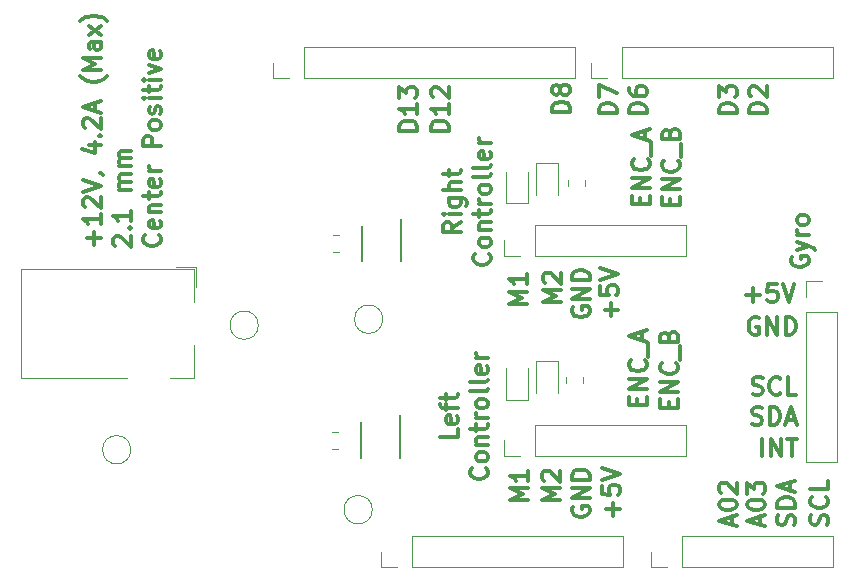
<source format=gto>
G04 #@! TF.GenerationSoftware,KiCad,Pcbnew,(5.1.4-0-10_14)*
G04 #@! TF.CreationDate,2020-01-20T11:10:59-05:00*
G04 #@! TF.ProjectId,motor_controller,6d6f746f-725f-4636-9f6e-74726f6c6c65,rev?*
G04 #@! TF.SameCoordinates,Original*
G04 #@! TF.FileFunction,Legend,Top*
G04 #@! TF.FilePolarity,Positive*
%FSLAX46Y46*%
G04 Gerber Fmt 4.6, Leading zero omitted, Abs format (unit mm)*
G04 Created by KiCad (PCBNEW (5.1.4-0-10_14)) date 2020-01-20 11:10:59*
%MOMM*%
%LPD*%
G04 APERTURE LIST*
%ADD10C,0.300000*%
%ADD11C,0.120000*%
%ADD12C,0.150000*%
G04 APERTURE END LIST*
D10*
X185773142Y-105417714D02*
X185844571Y-105203428D01*
X185844571Y-104846285D01*
X185773142Y-104703428D01*
X185701714Y-104632000D01*
X185558857Y-104560571D01*
X185416000Y-104560571D01*
X185273142Y-104632000D01*
X185201714Y-104703428D01*
X185130285Y-104846285D01*
X185058857Y-105132000D01*
X184987428Y-105274857D01*
X184916000Y-105346285D01*
X184773142Y-105417714D01*
X184630285Y-105417714D01*
X184487428Y-105346285D01*
X184416000Y-105274857D01*
X184344571Y-105132000D01*
X184344571Y-104774857D01*
X184416000Y-104560571D01*
X185701714Y-103060571D02*
X185773142Y-103132000D01*
X185844571Y-103346285D01*
X185844571Y-103489142D01*
X185773142Y-103703428D01*
X185630285Y-103846285D01*
X185487428Y-103917714D01*
X185201714Y-103989142D01*
X184987428Y-103989142D01*
X184701714Y-103917714D01*
X184558857Y-103846285D01*
X184416000Y-103703428D01*
X184344571Y-103489142D01*
X184344571Y-103346285D01*
X184416000Y-103132000D01*
X184487428Y-103060571D01*
X185844571Y-101703428D02*
X185844571Y-102417714D01*
X184344571Y-102417714D01*
X182979142Y-105453428D02*
X183050571Y-105239142D01*
X183050571Y-104882000D01*
X182979142Y-104739142D01*
X182907714Y-104667714D01*
X182764857Y-104596285D01*
X182622000Y-104596285D01*
X182479142Y-104667714D01*
X182407714Y-104739142D01*
X182336285Y-104882000D01*
X182264857Y-105167714D01*
X182193428Y-105310571D01*
X182122000Y-105382000D01*
X181979142Y-105453428D01*
X181836285Y-105453428D01*
X181693428Y-105382000D01*
X181622000Y-105310571D01*
X181550571Y-105167714D01*
X181550571Y-104810571D01*
X181622000Y-104596285D01*
X183050571Y-103953428D02*
X181550571Y-103953428D01*
X181550571Y-103596285D01*
X181622000Y-103382000D01*
X181764857Y-103239142D01*
X181907714Y-103167714D01*
X182193428Y-103096285D01*
X182407714Y-103096285D01*
X182693428Y-103167714D01*
X182836285Y-103239142D01*
X182979142Y-103382000D01*
X183050571Y-103596285D01*
X183050571Y-103953428D01*
X182622000Y-102524857D02*
X182622000Y-101810571D01*
X183050571Y-102667714D02*
X181550571Y-102167714D01*
X183050571Y-101667714D01*
X180082000Y-105417714D02*
X180082000Y-104703428D01*
X180510571Y-105560571D02*
X179010571Y-105060571D01*
X180510571Y-104560571D01*
X179010571Y-103774857D02*
X179010571Y-103632000D01*
X179082000Y-103489142D01*
X179153428Y-103417714D01*
X179296285Y-103346285D01*
X179582000Y-103274857D01*
X179939142Y-103274857D01*
X180224857Y-103346285D01*
X180367714Y-103417714D01*
X180439142Y-103489142D01*
X180510571Y-103632000D01*
X180510571Y-103774857D01*
X180439142Y-103917714D01*
X180367714Y-103989142D01*
X180224857Y-104060571D01*
X179939142Y-104132000D01*
X179582000Y-104132000D01*
X179296285Y-104060571D01*
X179153428Y-103989142D01*
X179082000Y-103917714D01*
X179010571Y-103774857D01*
X179010571Y-102774857D02*
X179010571Y-101846285D01*
X179582000Y-102346285D01*
X179582000Y-102132000D01*
X179653428Y-101989142D01*
X179724857Y-101917714D01*
X179867714Y-101846285D01*
X180224857Y-101846285D01*
X180367714Y-101917714D01*
X180439142Y-101989142D01*
X180510571Y-102132000D01*
X180510571Y-102560571D01*
X180439142Y-102703428D01*
X180367714Y-102774857D01*
X177669000Y-105417714D02*
X177669000Y-104703428D01*
X178097571Y-105560571D02*
X176597571Y-105060571D01*
X178097571Y-104560571D01*
X176597571Y-103774857D02*
X176597571Y-103632000D01*
X176669000Y-103489142D01*
X176740428Y-103417714D01*
X176883285Y-103346285D01*
X177169000Y-103274857D01*
X177526142Y-103274857D01*
X177811857Y-103346285D01*
X177954714Y-103417714D01*
X178026142Y-103489142D01*
X178097571Y-103632000D01*
X178097571Y-103774857D01*
X178026142Y-103917714D01*
X177954714Y-103989142D01*
X177811857Y-104060571D01*
X177526142Y-104132000D01*
X177169000Y-104132000D01*
X176883285Y-104060571D01*
X176740428Y-103989142D01*
X176669000Y-103917714D01*
X176597571Y-103774857D01*
X176740428Y-102703428D02*
X176669000Y-102632000D01*
X176597571Y-102489142D01*
X176597571Y-102132000D01*
X176669000Y-101989142D01*
X176740428Y-101917714D01*
X176883285Y-101846285D01*
X177026142Y-101846285D01*
X177240428Y-101917714D01*
X178097571Y-102774857D01*
X178097571Y-101846285D01*
X151046571Y-72052428D02*
X149546571Y-72052428D01*
X149546571Y-71695285D01*
X149618000Y-71481000D01*
X149760857Y-71338142D01*
X149903714Y-71266714D01*
X150189428Y-71195285D01*
X150403714Y-71195285D01*
X150689428Y-71266714D01*
X150832285Y-71338142D01*
X150975142Y-71481000D01*
X151046571Y-71695285D01*
X151046571Y-72052428D01*
X151046571Y-69766714D02*
X151046571Y-70623857D01*
X151046571Y-70195285D02*
X149546571Y-70195285D01*
X149760857Y-70338142D01*
X149903714Y-70481000D01*
X149975142Y-70623857D01*
X149546571Y-69266714D02*
X149546571Y-68338142D01*
X150118000Y-68838142D01*
X150118000Y-68623857D01*
X150189428Y-68481000D01*
X150260857Y-68409571D01*
X150403714Y-68338142D01*
X150760857Y-68338142D01*
X150903714Y-68409571D01*
X150975142Y-68481000D01*
X151046571Y-68623857D01*
X151046571Y-69052428D01*
X150975142Y-69195285D01*
X150903714Y-69266714D01*
X153713571Y-72052428D02*
X152213571Y-72052428D01*
X152213571Y-71695285D01*
X152285000Y-71481000D01*
X152427857Y-71338142D01*
X152570714Y-71266714D01*
X152856428Y-71195285D01*
X153070714Y-71195285D01*
X153356428Y-71266714D01*
X153499285Y-71338142D01*
X153642142Y-71481000D01*
X153713571Y-71695285D01*
X153713571Y-72052428D01*
X153713571Y-69766714D02*
X153713571Y-70623857D01*
X153713571Y-70195285D02*
X152213571Y-70195285D01*
X152427857Y-70338142D01*
X152570714Y-70481000D01*
X152642142Y-70623857D01*
X152356428Y-69195285D02*
X152285000Y-69123857D01*
X152213571Y-68981000D01*
X152213571Y-68623857D01*
X152285000Y-68481000D01*
X152356428Y-68409571D01*
X152499285Y-68338142D01*
X152642142Y-68338142D01*
X152856428Y-68409571D01*
X153713571Y-69266714D01*
X153713571Y-68338142D01*
X164000571Y-70449142D02*
X162500571Y-70449142D01*
X162500571Y-70092000D01*
X162572000Y-69877714D01*
X162714857Y-69734857D01*
X162857714Y-69663428D01*
X163143428Y-69592000D01*
X163357714Y-69592000D01*
X163643428Y-69663428D01*
X163786285Y-69734857D01*
X163929142Y-69877714D01*
X164000571Y-70092000D01*
X164000571Y-70449142D01*
X163143428Y-68734857D02*
X163072000Y-68877714D01*
X163000571Y-68949142D01*
X162857714Y-69020571D01*
X162786285Y-69020571D01*
X162643428Y-68949142D01*
X162572000Y-68877714D01*
X162500571Y-68734857D01*
X162500571Y-68449142D01*
X162572000Y-68306285D01*
X162643428Y-68234857D01*
X162786285Y-68163428D01*
X162857714Y-68163428D01*
X163000571Y-68234857D01*
X163072000Y-68306285D01*
X163143428Y-68449142D01*
X163143428Y-68734857D01*
X163214857Y-68877714D01*
X163286285Y-68949142D01*
X163429142Y-69020571D01*
X163714857Y-69020571D01*
X163857714Y-68949142D01*
X163929142Y-68877714D01*
X164000571Y-68734857D01*
X164000571Y-68449142D01*
X163929142Y-68306285D01*
X163857714Y-68234857D01*
X163714857Y-68163428D01*
X163429142Y-68163428D01*
X163286285Y-68234857D01*
X163214857Y-68306285D01*
X163143428Y-68449142D01*
X167937571Y-70576142D02*
X166437571Y-70576142D01*
X166437571Y-70219000D01*
X166509000Y-70004714D01*
X166651857Y-69861857D01*
X166794714Y-69790428D01*
X167080428Y-69719000D01*
X167294714Y-69719000D01*
X167580428Y-69790428D01*
X167723285Y-69861857D01*
X167866142Y-70004714D01*
X167937571Y-70219000D01*
X167937571Y-70576142D01*
X166437571Y-69219000D02*
X166437571Y-68219000D01*
X167937571Y-68861857D01*
X170477571Y-70576142D02*
X168977571Y-70576142D01*
X168977571Y-70219000D01*
X169049000Y-70004714D01*
X169191857Y-69861857D01*
X169334714Y-69790428D01*
X169620428Y-69719000D01*
X169834714Y-69719000D01*
X170120428Y-69790428D01*
X170263285Y-69861857D01*
X170406142Y-70004714D01*
X170477571Y-70219000D01*
X170477571Y-70576142D01*
X168977571Y-68433285D02*
X168977571Y-68719000D01*
X169049000Y-68861857D01*
X169120428Y-68933285D01*
X169334714Y-69076142D01*
X169620428Y-69147571D01*
X170191857Y-69147571D01*
X170334714Y-69076142D01*
X170406142Y-69004714D01*
X170477571Y-68861857D01*
X170477571Y-68576142D01*
X170406142Y-68433285D01*
X170334714Y-68361857D01*
X170191857Y-68290428D01*
X169834714Y-68290428D01*
X169691857Y-68361857D01*
X169620428Y-68433285D01*
X169549000Y-68576142D01*
X169549000Y-68861857D01*
X169620428Y-69004714D01*
X169691857Y-69076142D01*
X169834714Y-69147571D01*
X178097571Y-70576142D02*
X176597571Y-70576142D01*
X176597571Y-70219000D01*
X176669000Y-70004714D01*
X176811857Y-69861857D01*
X176954714Y-69790428D01*
X177240428Y-69719000D01*
X177454714Y-69719000D01*
X177740428Y-69790428D01*
X177883285Y-69861857D01*
X178026142Y-70004714D01*
X178097571Y-70219000D01*
X178097571Y-70576142D01*
X176597571Y-69219000D02*
X176597571Y-68290428D01*
X177169000Y-68790428D01*
X177169000Y-68576142D01*
X177240428Y-68433285D01*
X177311857Y-68361857D01*
X177454714Y-68290428D01*
X177811857Y-68290428D01*
X177954714Y-68361857D01*
X178026142Y-68433285D01*
X178097571Y-68576142D01*
X178097571Y-69004714D01*
X178026142Y-69147571D01*
X177954714Y-69219000D01*
X180637571Y-70576142D02*
X179137571Y-70576142D01*
X179137571Y-70219000D01*
X179209000Y-70004714D01*
X179351857Y-69861857D01*
X179494714Y-69790428D01*
X179780428Y-69719000D01*
X179994714Y-69719000D01*
X180280428Y-69790428D01*
X180423285Y-69861857D01*
X180566142Y-70004714D01*
X180637571Y-70219000D01*
X180637571Y-70576142D01*
X179280428Y-69147571D02*
X179209000Y-69076142D01*
X179137571Y-68933285D01*
X179137571Y-68576142D01*
X179209000Y-68433285D01*
X179280428Y-68361857D01*
X179423285Y-68290428D01*
X179566142Y-68290428D01*
X179780428Y-68361857D01*
X180637571Y-69219000D01*
X180637571Y-68290428D01*
X123668142Y-81743857D02*
X123668142Y-80601000D01*
X124239571Y-81172428D02*
X123096714Y-81172428D01*
X124239571Y-79101000D02*
X124239571Y-79958142D01*
X124239571Y-79529571D02*
X122739571Y-79529571D01*
X122953857Y-79672428D01*
X123096714Y-79815285D01*
X123168142Y-79958142D01*
X122882428Y-78529571D02*
X122811000Y-78458142D01*
X122739571Y-78315285D01*
X122739571Y-77958142D01*
X122811000Y-77815285D01*
X122882428Y-77743857D01*
X123025285Y-77672428D01*
X123168142Y-77672428D01*
X123382428Y-77743857D01*
X124239571Y-78601000D01*
X124239571Y-77672428D01*
X122739571Y-77243857D02*
X124239571Y-76743857D01*
X122739571Y-76243857D01*
X124168142Y-75672428D02*
X124239571Y-75672428D01*
X124382428Y-75743857D01*
X124453857Y-75815285D01*
X123239571Y-73243857D02*
X124239571Y-73243857D01*
X122668142Y-73601000D02*
X123739571Y-73958142D01*
X123739571Y-73029571D01*
X124096714Y-72458142D02*
X124168142Y-72386714D01*
X124239571Y-72458142D01*
X124168142Y-72529571D01*
X124096714Y-72458142D01*
X124239571Y-72458142D01*
X122882428Y-71815285D02*
X122811000Y-71743857D01*
X122739571Y-71601000D01*
X122739571Y-71243857D01*
X122811000Y-71101000D01*
X122882428Y-71029571D01*
X123025285Y-70958142D01*
X123168142Y-70958142D01*
X123382428Y-71029571D01*
X124239571Y-71886714D01*
X124239571Y-70958142D01*
X123811000Y-70386714D02*
X123811000Y-69672428D01*
X124239571Y-70529571D02*
X122739571Y-70029571D01*
X124239571Y-69529571D01*
X124811000Y-67458142D02*
X124739571Y-67529571D01*
X124525285Y-67672428D01*
X124382428Y-67743857D01*
X124168142Y-67815285D01*
X123811000Y-67886714D01*
X123525285Y-67886714D01*
X123168142Y-67815285D01*
X122953857Y-67743857D01*
X122811000Y-67672428D01*
X122596714Y-67529571D01*
X122525285Y-67458142D01*
X124239571Y-66886714D02*
X122739571Y-66886714D01*
X123811000Y-66386714D01*
X122739571Y-65886714D01*
X124239571Y-65886714D01*
X124239571Y-64529571D02*
X123453857Y-64529571D01*
X123311000Y-64601000D01*
X123239571Y-64743857D01*
X123239571Y-65029571D01*
X123311000Y-65172428D01*
X124168142Y-64529571D02*
X124239571Y-64672428D01*
X124239571Y-65029571D01*
X124168142Y-65172428D01*
X124025285Y-65243857D01*
X123882428Y-65243857D01*
X123739571Y-65172428D01*
X123668142Y-65029571D01*
X123668142Y-64672428D01*
X123596714Y-64529571D01*
X124239571Y-63958142D02*
X123239571Y-63172428D01*
X123239571Y-63958142D02*
X124239571Y-63172428D01*
X124811000Y-62743857D02*
X124739571Y-62672428D01*
X124525285Y-62529571D01*
X124382428Y-62458142D01*
X124168142Y-62386714D01*
X123811000Y-62315285D01*
X123525285Y-62315285D01*
X123168142Y-62386714D01*
X122953857Y-62458142D01*
X122811000Y-62529571D01*
X122596714Y-62672428D01*
X122525285Y-62743857D01*
X125432428Y-81815285D02*
X125361000Y-81743857D01*
X125289571Y-81601000D01*
X125289571Y-81243857D01*
X125361000Y-81101000D01*
X125432428Y-81029571D01*
X125575285Y-80958142D01*
X125718142Y-80958142D01*
X125932428Y-81029571D01*
X126789571Y-81886714D01*
X126789571Y-80958142D01*
X126646714Y-80315285D02*
X126718142Y-80243857D01*
X126789571Y-80315285D01*
X126718142Y-80386714D01*
X126646714Y-80315285D01*
X126789571Y-80315285D01*
X126789571Y-78815285D02*
X126789571Y-79672428D01*
X126789571Y-79243857D02*
X125289571Y-79243857D01*
X125503857Y-79386714D01*
X125646714Y-79529571D01*
X125718142Y-79672428D01*
X126789571Y-77029571D02*
X125789571Y-77029571D01*
X125932428Y-77029571D02*
X125861000Y-76958142D01*
X125789571Y-76815285D01*
X125789571Y-76601000D01*
X125861000Y-76458142D01*
X126003857Y-76386714D01*
X126789571Y-76386714D01*
X126003857Y-76386714D02*
X125861000Y-76315285D01*
X125789571Y-76172428D01*
X125789571Y-75958142D01*
X125861000Y-75815285D01*
X126003857Y-75743857D01*
X126789571Y-75743857D01*
X126789571Y-75029571D02*
X125789571Y-75029571D01*
X125932428Y-75029571D02*
X125861000Y-74958142D01*
X125789571Y-74815285D01*
X125789571Y-74601000D01*
X125861000Y-74458142D01*
X126003857Y-74386714D01*
X126789571Y-74386714D01*
X126003857Y-74386714D02*
X125861000Y-74315285D01*
X125789571Y-74172428D01*
X125789571Y-73958142D01*
X125861000Y-73815285D01*
X126003857Y-73743857D01*
X126789571Y-73743857D01*
X129196714Y-80886714D02*
X129268142Y-80958142D01*
X129339571Y-81172428D01*
X129339571Y-81315285D01*
X129268142Y-81529571D01*
X129125285Y-81672428D01*
X128982428Y-81743857D01*
X128696714Y-81815285D01*
X128482428Y-81815285D01*
X128196714Y-81743857D01*
X128053857Y-81672428D01*
X127911000Y-81529571D01*
X127839571Y-81315285D01*
X127839571Y-81172428D01*
X127911000Y-80958142D01*
X127982428Y-80886714D01*
X129268142Y-79672428D02*
X129339571Y-79815285D01*
X129339571Y-80101000D01*
X129268142Y-80243857D01*
X129125285Y-80315285D01*
X128553857Y-80315285D01*
X128411000Y-80243857D01*
X128339571Y-80101000D01*
X128339571Y-79815285D01*
X128411000Y-79672428D01*
X128553857Y-79601000D01*
X128696714Y-79601000D01*
X128839571Y-80315285D01*
X128339571Y-78958142D02*
X129339571Y-78958142D01*
X128482428Y-78958142D02*
X128411000Y-78886714D01*
X128339571Y-78743857D01*
X128339571Y-78529571D01*
X128411000Y-78386714D01*
X128553857Y-78315285D01*
X129339571Y-78315285D01*
X128339571Y-77815285D02*
X128339571Y-77243857D01*
X127839571Y-77601000D02*
X129125285Y-77601000D01*
X129268142Y-77529571D01*
X129339571Y-77386714D01*
X129339571Y-77243857D01*
X129268142Y-76172428D02*
X129339571Y-76315285D01*
X129339571Y-76601000D01*
X129268142Y-76743857D01*
X129125285Y-76815285D01*
X128553857Y-76815285D01*
X128411000Y-76743857D01*
X128339571Y-76601000D01*
X128339571Y-76315285D01*
X128411000Y-76172428D01*
X128553857Y-76101000D01*
X128696714Y-76101000D01*
X128839571Y-76815285D01*
X129339571Y-75458142D02*
X128339571Y-75458142D01*
X128625285Y-75458142D02*
X128482428Y-75386714D01*
X128411000Y-75315285D01*
X128339571Y-75172428D01*
X128339571Y-75029571D01*
X129339571Y-73386714D02*
X127839571Y-73386714D01*
X127839571Y-72815285D01*
X127911000Y-72672428D01*
X127982428Y-72601000D01*
X128125285Y-72529571D01*
X128339571Y-72529571D01*
X128482428Y-72601000D01*
X128553857Y-72672428D01*
X128625285Y-72815285D01*
X128625285Y-73386714D01*
X129339571Y-71672428D02*
X129268142Y-71815285D01*
X129196714Y-71886714D01*
X129053857Y-71958142D01*
X128625285Y-71958142D01*
X128482428Y-71886714D01*
X128411000Y-71815285D01*
X128339571Y-71672428D01*
X128339571Y-71458142D01*
X128411000Y-71315285D01*
X128482428Y-71243857D01*
X128625285Y-71172428D01*
X129053857Y-71172428D01*
X129196714Y-71243857D01*
X129268142Y-71315285D01*
X129339571Y-71458142D01*
X129339571Y-71672428D01*
X129268142Y-70601000D02*
X129339571Y-70458142D01*
X129339571Y-70172428D01*
X129268142Y-70029571D01*
X129125285Y-69958142D01*
X129053857Y-69958142D01*
X128911000Y-70029571D01*
X128839571Y-70172428D01*
X128839571Y-70386714D01*
X128768142Y-70529571D01*
X128625285Y-70601000D01*
X128553857Y-70601000D01*
X128411000Y-70529571D01*
X128339571Y-70386714D01*
X128339571Y-70172428D01*
X128411000Y-70029571D01*
X129339571Y-69315285D02*
X128339571Y-69315285D01*
X127839571Y-69315285D02*
X127911000Y-69386714D01*
X127982428Y-69315285D01*
X127911000Y-69243857D01*
X127839571Y-69315285D01*
X127982428Y-69315285D01*
X128339571Y-68815285D02*
X128339571Y-68243857D01*
X127839571Y-68601000D02*
X129125285Y-68601000D01*
X129268142Y-68529571D01*
X129339571Y-68386714D01*
X129339571Y-68243857D01*
X129339571Y-67743857D02*
X128339571Y-67743857D01*
X127839571Y-67743857D02*
X127911000Y-67815285D01*
X127982428Y-67743857D01*
X127911000Y-67672428D01*
X127839571Y-67743857D01*
X127982428Y-67743857D01*
X128339571Y-67172428D02*
X129339571Y-66815285D01*
X128339571Y-66458142D01*
X129268142Y-65315285D02*
X129339571Y-65458142D01*
X129339571Y-65743857D01*
X129268142Y-65886714D01*
X129125285Y-65958142D01*
X128553857Y-65958142D01*
X128411000Y-65886714D01*
X128339571Y-65743857D01*
X128339571Y-65458142D01*
X128411000Y-65315285D01*
X128553857Y-65243857D01*
X128696714Y-65243857D01*
X128839571Y-65958142D01*
X160317571Y-86685285D02*
X158817571Y-86685285D01*
X159889000Y-86185285D01*
X158817571Y-85685285D01*
X160317571Y-85685285D01*
X160317571Y-84185285D02*
X160317571Y-85042428D01*
X160317571Y-84613857D02*
X158817571Y-84613857D01*
X159031857Y-84756714D01*
X159174714Y-84899571D01*
X159246142Y-85042428D01*
X163238571Y-86558285D02*
X161738571Y-86558285D01*
X162810000Y-86058285D01*
X161738571Y-85558285D01*
X163238571Y-85558285D01*
X161881428Y-84915428D02*
X161810000Y-84844000D01*
X161738571Y-84701142D01*
X161738571Y-84344000D01*
X161810000Y-84201142D01*
X161881428Y-84129714D01*
X162024285Y-84058285D01*
X162167142Y-84058285D01*
X162381428Y-84129714D01*
X163238571Y-84986857D01*
X163238571Y-84058285D01*
X164223000Y-86994857D02*
X164151571Y-87137714D01*
X164151571Y-87352000D01*
X164223000Y-87566285D01*
X164365857Y-87709142D01*
X164508714Y-87780571D01*
X164794428Y-87852000D01*
X165008714Y-87852000D01*
X165294428Y-87780571D01*
X165437285Y-87709142D01*
X165580142Y-87566285D01*
X165651571Y-87352000D01*
X165651571Y-87209142D01*
X165580142Y-86994857D01*
X165508714Y-86923428D01*
X165008714Y-86923428D01*
X165008714Y-87209142D01*
X165651571Y-86280571D02*
X164151571Y-86280571D01*
X165651571Y-85423428D01*
X164151571Y-85423428D01*
X165651571Y-84709142D02*
X164151571Y-84709142D01*
X164151571Y-84352000D01*
X164223000Y-84137714D01*
X164365857Y-83994857D01*
X164508714Y-83923428D01*
X164794428Y-83852000D01*
X165008714Y-83852000D01*
X165294428Y-83923428D01*
X165437285Y-83994857D01*
X165580142Y-84137714D01*
X165651571Y-84352000D01*
X165651571Y-84709142D01*
X167493142Y-87780571D02*
X167493142Y-86637714D01*
X168064571Y-87209142D02*
X166921714Y-87209142D01*
X166564571Y-85209142D02*
X166564571Y-85923428D01*
X167278857Y-85994857D01*
X167207428Y-85923428D01*
X167136000Y-85780571D01*
X167136000Y-85423428D01*
X167207428Y-85280571D01*
X167278857Y-85209142D01*
X167421714Y-85137714D01*
X167778857Y-85137714D01*
X167921714Y-85209142D01*
X167993142Y-85280571D01*
X168064571Y-85423428D01*
X168064571Y-85780571D01*
X167993142Y-85923428D01*
X167921714Y-85994857D01*
X166564571Y-84709142D02*
X168064571Y-84209142D01*
X166564571Y-83709142D01*
X172485857Y-78362571D02*
X172485857Y-77862571D01*
X173271571Y-77648285D02*
X173271571Y-78362571D01*
X171771571Y-78362571D01*
X171771571Y-77648285D01*
X173271571Y-77005428D02*
X171771571Y-77005428D01*
X173271571Y-76148285D01*
X171771571Y-76148285D01*
X173128714Y-74576857D02*
X173200142Y-74648285D01*
X173271571Y-74862571D01*
X173271571Y-75005428D01*
X173200142Y-75219714D01*
X173057285Y-75362571D01*
X172914428Y-75434000D01*
X172628714Y-75505428D01*
X172414428Y-75505428D01*
X172128714Y-75434000D01*
X171985857Y-75362571D01*
X171843000Y-75219714D01*
X171771571Y-75005428D01*
X171771571Y-74862571D01*
X171843000Y-74648285D01*
X171914428Y-74576857D01*
X173414428Y-74291142D02*
X173414428Y-73148285D01*
X172485857Y-72291142D02*
X172557285Y-72076857D01*
X172628714Y-72005428D01*
X172771571Y-71934000D01*
X172985857Y-71934000D01*
X173128714Y-72005428D01*
X173200142Y-72076857D01*
X173271571Y-72219714D01*
X173271571Y-72791142D01*
X171771571Y-72791142D01*
X171771571Y-72291142D01*
X171843000Y-72148285D01*
X171914428Y-72076857D01*
X172057285Y-72005428D01*
X172200142Y-72005428D01*
X172343000Y-72076857D01*
X172414428Y-72148285D01*
X172485857Y-72291142D01*
X172485857Y-72791142D01*
X169945857Y-78255428D02*
X169945857Y-77755428D01*
X170731571Y-77541142D02*
X170731571Y-78255428D01*
X169231571Y-78255428D01*
X169231571Y-77541142D01*
X170731571Y-76898285D02*
X169231571Y-76898285D01*
X170731571Y-76041142D01*
X169231571Y-76041142D01*
X170588714Y-74469714D02*
X170660142Y-74541142D01*
X170731571Y-74755428D01*
X170731571Y-74898285D01*
X170660142Y-75112571D01*
X170517285Y-75255428D01*
X170374428Y-75326857D01*
X170088714Y-75398285D01*
X169874428Y-75398285D01*
X169588714Y-75326857D01*
X169445857Y-75255428D01*
X169303000Y-75112571D01*
X169231571Y-74898285D01*
X169231571Y-74755428D01*
X169303000Y-74541142D01*
X169374428Y-74469714D01*
X170874428Y-74184000D02*
X170874428Y-73041142D01*
X170303000Y-72755428D02*
X170303000Y-72041142D01*
X170731571Y-72898285D02*
X169231571Y-72398285D01*
X170731571Y-71898285D01*
X172358857Y-95507571D02*
X172358857Y-95007571D01*
X173144571Y-94793285D02*
X173144571Y-95507571D01*
X171644571Y-95507571D01*
X171644571Y-94793285D01*
X173144571Y-94150428D02*
X171644571Y-94150428D01*
X173144571Y-93293285D01*
X171644571Y-93293285D01*
X173001714Y-91721857D02*
X173073142Y-91793285D01*
X173144571Y-92007571D01*
X173144571Y-92150428D01*
X173073142Y-92364714D01*
X172930285Y-92507571D01*
X172787428Y-92579000D01*
X172501714Y-92650428D01*
X172287428Y-92650428D01*
X172001714Y-92579000D01*
X171858857Y-92507571D01*
X171716000Y-92364714D01*
X171644571Y-92150428D01*
X171644571Y-92007571D01*
X171716000Y-91793285D01*
X171787428Y-91721857D01*
X173287428Y-91436142D02*
X173287428Y-90293285D01*
X172358857Y-89436142D02*
X172430285Y-89221857D01*
X172501714Y-89150428D01*
X172644571Y-89079000D01*
X172858857Y-89079000D01*
X173001714Y-89150428D01*
X173073142Y-89221857D01*
X173144571Y-89364714D01*
X173144571Y-89936142D01*
X171644571Y-89936142D01*
X171644571Y-89436142D01*
X171716000Y-89293285D01*
X171787428Y-89221857D01*
X171930285Y-89150428D01*
X172073142Y-89150428D01*
X172216000Y-89221857D01*
X172287428Y-89293285D01*
X172358857Y-89436142D01*
X172358857Y-89936142D01*
X169691857Y-95273428D02*
X169691857Y-94773428D01*
X170477571Y-94559142D02*
X170477571Y-95273428D01*
X168977571Y-95273428D01*
X168977571Y-94559142D01*
X170477571Y-93916285D02*
X168977571Y-93916285D01*
X170477571Y-93059142D01*
X168977571Y-93059142D01*
X170334714Y-91487714D02*
X170406142Y-91559142D01*
X170477571Y-91773428D01*
X170477571Y-91916285D01*
X170406142Y-92130571D01*
X170263285Y-92273428D01*
X170120428Y-92344857D01*
X169834714Y-92416285D01*
X169620428Y-92416285D01*
X169334714Y-92344857D01*
X169191857Y-92273428D01*
X169049000Y-92130571D01*
X168977571Y-91916285D01*
X168977571Y-91773428D01*
X169049000Y-91559142D01*
X169120428Y-91487714D01*
X170620428Y-91202000D02*
X170620428Y-90059142D01*
X170049000Y-89773428D02*
X170049000Y-89059142D01*
X170477571Y-89916285D02*
X168977571Y-89416285D01*
X170477571Y-88916285D01*
X167620142Y-104671571D02*
X167620142Y-103528714D01*
X168191571Y-104100142D02*
X167048714Y-104100142D01*
X166691571Y-102100142D02*
X166691571Y-102814428D01*
X167405857Y-102885857D01*
X167334428Y-102814428D01*
X167263000Y-102671571D01*
X167263000Y-102314428D01*
X167334428Y-102171571D01*
X167405857Y-102100142D01*
X167548714Y-102028714D01*
X167905857Y-102028714D01*
X168048714Y-102100142D01*
X168120142Y-102171571D01*
X168191571Y-102314428D01*
X168191571Y-102671571D01*
X168120142Y-102814428D01*
X168048714Y-102885857D01*
X166691571Y-101600142D02*
X168191571Y-101100142D01*
X166691571Y-100600142D01*
X164223000Y-103885857D02*
X164151571Y-104028714D01*
X164151571Y-104243000D01*
X164223000Y-104457285D01*
X164365857Y-104600142D01*
X164508714Y-104671571D01*
X164794428Y-104743000D01*
X165008714Y-104743000D01*
X165294428Y-104671571D01*
X165437285Y-104600142D01*
X165580142Y-104457285D01*
X165651571Y-104243000D01*
X165651571Y-104100142D01*
X165580142Y-103885857D01*
X165508714Y-103814428D01*
X165008714Y-103814428D01*
X165008714Y-104100142D01*
X165651571Y-103171571D02*
X164151571Y-103171571D01*
X165651571Y-102314428D01*
X164151571Y-102314428D01*
X165651571Y-101600142D02*
X164151571Y-101600142D01*
X164151571Y-101243000D01*
X164223000Y-101028714D01*
X164365857Y-100885857D01*
X164508714Y-100814428D01*
X164794428Y-100743000D01*
X165008714Y-100743000D01*
X165294428Y-100814428D01*
X165437285Y-100885857D01*
X165580142Y-101028714D01*
X165651571Y-101243000D01*
X165651571Y-101600142D01*
X163111571Y-103322285D02*
X161611571Y-103322285D01*
X162683000Y-102822285D01*
X161611571Y-102322285D01*
X163111571Y-102322285D01*
X161754428Y-101679428D02*
X161683000Y-101608000D01*
X161611571Y-101465142D01*
X161611571Y-101108000D01*
X161683000Y-100965142D01*
X161754428Y-100893714D01*
X161897285Y-100822285D01*
X162040142Y-100822285D01*
X162254428Y-100893714D01*
X163111571Y-101750857D01*
X163111571Y-100822285D01*
X160444571Y-103322285D02*
X158944571Y-103322285D01*
X160016000Y-102822285D01*
X158944571Y-102322285D01*
X160444571Y-102322285D01*
X160444571Y-100822285D02*
X160444571Y-101679428D01*
X160444571Y-101250857D02*
X158944571Y-101250857D01*
X159158857Y-101393714D01*
X159301714Y-101536571D01*
X159373142Y-101679428D01*
X180252857Y-99611571D02*
X180252857Y-98111571D01*
X180967142Y-99611571D02*
X180967142Y-98111571D01*
X181824285Y-99611571D01*
X181824285Y-98111571D01*
X182324285Y-98111571D02*
X183181428Y-98111571D01*
X182752857Y-99611571D02*
X182752857Y-98111571D01*
X179407571Y-96873142D02*
X179621857Y-96944571D01*
X179979000Y-96944571D01*
X180121857Y-96873142D01*
X180193285Y-96801714D01*
X180264714Y-96658857D01*
X180264714Y-96516000D01*
X180193285Y-96373142D01*
X180121857Y-96301714D01*
X179979000Y-96230285D01*
X179693285Y-96158857D01*
X179550428Y-96087428D01*
X179479000Y-96016000D01*
X179407571Y-95873142D01*
X179407571Y-95730285D01*
X179479000Y-95587428D01*
X179550428Y-95516000D01*
X179693285Y-95444571D01*
X180050428Y-95444571D01*
X180264714Y-95516000D01*
X180907571Y-96944571D02*
X180907571Y-95444571D01*
X181264714Y-95444571D01*
X181479000Y-95516000D01*
X181621857Y-95658857D01*
X181693285Y-95801714D01*
X181764714Y-96087428D01*
X181764714Y-96301714D01*
X181693285Y-96587428D01*
X181621857Y-96730285D01*
X181479000Y-96873142D01*
X181264714Y-96944571D01*
X180907571Y-96944571D01*
X182336142Y-96516000D02*
X183050428Y-96516000D01*
X182193285Y-96944571D02*
X182693285Y-95444571D01*
X183193285Y-96944571D01*
X179443285Y-94333142D02*
X179657571Y-94404571D01*
X180014714Y-94404571D01*
X180157571Y-94333142D01*
X180229000Y-94261714D01*
X180300428Y-94118857D01*
X180300428Y-93976000D01*
X180229000Y-93833142D01*
X180157571Y-93761714D01*
X180014714Y-93690285D01*
X179729000Y-93618857D01*
X179586142Y-93547428D01*
X179514714Y-93476000D01*
X179443285Y-93333142D01*
X179443285Y-93190285D01*
X179514714Y-93047428D01*
X179586142Y-92976000D01*
X179729000Y-92904571D01*
X180086142Y-92904571D01*
X180300428Y-92976000D01*
X181800428Y-94261714D02*
X181729000Y-94333142D01*
X181514714Y-94404571D01*
X181371857Y-94404571D01*
X181157571Y-94333142D01*
X181014714Y-94190285D01*
X180943285Y-94047428D01*
X180871857Y-93761714D01*
X180871857Y-93547428D01*
X180943285Y-93261714D01*
X181014714Y-93118857D01*
X181157571Y-92976000D01*
X181371857Y-92904571D01*
X181514714Y-92904571D01*
X181729000Y-92976000D01*
X181800428Y-93047428D01*
X183157571Y-94404571D02*
X182443285Y-94404571D01*
X182443285Y-92904571D01*
X179959142Y-87896000D02*
X179816285Y-87824571D01*
X179602000Y-87824571D01*
X179387714Y-87896000D01*
X179244857Y-88038857D01*
X179173428Y-88181714D01*
X179102000Y-88467428D01*
X179102000Y-88681714D01*
X179173428Y-88967428D01*
X179244857Y-89110285D01*
X179387714Y-89253142D01*
X179602000Y-89324571D01*
X179744857Y-89324571D01*
X179959142Y-89253142D01*
X180030571Y-89181714D01*
X180030571Y-88681714D01*
X179744857Y-88681714D01*
X180673428Y-89324571D02*
X180673428Y-87824571D01*
X181530571Y-89324571D01*
X181530571Y-87824571D01*
X182244857Y-89324571D02*
X182244857Y-87824571D01*
X182602000Y-87824571D01*
X182816285Y-87896000D01*
X182959142Y-88038857D01*
X183030571Y-88181714D01*
X183102000Y-88467428D01*
X183102000Y-88681714D01*
X183030571Y-88967428D01*
X182959142Y-89110285D01*
X182816285Y-89253142D01*
X182602000Y-89324571D01*
X182244857Y-89324571D01*
X178919428Y-85959142D02*
X180062285Y-85959142D01*
X179490857Y-86530571D02*
X179490857Y-85387714D01*
X181490857Y-85030571D02*
X180776571Y-85030571D01*
X180705142Y-85744857D01*
X180776571Y-85673428D01*
X180919428Y-85602000D01*
X181276571Y-85602000D01*
X181419428Y-85673428D01*
X181490857Y-85744857D01*
X181562285Y-85887714D01*
X181562285Y-86244857D01*
X181490857Y-86387714D01*
X181419428Y-86459142D01*
X181276571Y-86530571D01*
X180919428Y-86530571D01*
X180776571Y-86459142D01*
X180705142Y-86387714D01*
X181990857Y-85030571D02*
X182490857Y-86530571D01*
X182990857Y-85030571D01*
X182765000Y-82728428D02*
X182693571Y-82871285D01*
X182693571Y-83085571D01*
X182765000Y-83299857D01*
X182907857Y-83442714D01*
X183050714Y-83514142D01*
X183336428Y-83585571D01*
X183550714Y-83585571D01*
X183836428Y-83514142D01*
X183979285Y-83442714D01*
X184122142Y-83299857D01*
X184193571Y-83085571D01*
X184193571Y-82942714D01*
X184122142Y-82728428D01*
X184050714Y-82657000D01*
X183550714Y-82657000D01*
X183550714Y-82942714D01*
X183193571Y-82157000D02*
X184193571Y-81799857D01*
X183193571Y-81442714D02*
X184193571Y-81799857D01*
X184550714Y-81942714D01*
X184622142Y-82014142D01*
X184693571Y-82157000D01*
X184193571Y-80871285D02*
X183193571Y-80871285D01*
X183479285Y-80871285D02*
X183336428Y-80799857D01*
X183265000Y-80728428D01*
X183193571Y-80585571D01*
X183193571Y-80442714D01*
X184193571Y-79728428D02*
X184122142Y-79871285D01*
X184050714Y-79942714D01*
X183907857Y-80014142D01*
X183479285Y-80014142D01*
X183336428Y-79942714D01*
X183265000Y-79871285D01*
X183193571Y-79728428D01*
X183193571Y-79514142D01*
X183265000Y-79371285D01*
X183336428Y-79299857D01*
X183479285Y-79228428D01*
X183907857Y-79228428D01*
X184050714Y-79299857D01*
X184122142Y-79371285D01*
X184193571Y-79514142D01*
X184193571Y-79728428D01*
X154470571Y-97301714D02*
X154470571Y-98016000D01*
X152970571Y-98016000D01*
X154399142Y-96230285D02*
X154470571Y-96373142D01*
X154470571Y-96658857D01*
X154399142Y-96801714D01*
X154256285Y-96873142D01*
X153684857Y-96873142D01*
X153542000Y-96801714D01*
X153470571Y-96658857D01*
X153470571Y-96373142D01*
X153542000Y-96230285D01*
X153684857Y-96158857D01*
X153827714Y-96158857D01*
X153970571Y-96873142D01*
X153470571Y-95730285D02*
X153470571Y-95158857D01*
X154470571Y-95516000D02*
X153184857Y-95516000D01*
X153042000Y-95444571D01*
X152970571Y-95301714D01*
X152970571Y-95158857D01*
X153470571Y-94873142D02*
X153470571Y-94301714D01*
X152970571Y-94658857D02*
X154256285Y-94658857D01*
X154399142Y-94587428D01*
X154470571Y-94444571D01*
X154470571Y-94301714D01*
X156877714Y-100623142D02*
X156949142Y-100694571D01*
X157020571Y-100908857D01*
X157020571Y-101051714D01*
X156949142Y-101266000D01*
X156806285Y-101408857D01*
X156663428Y-101480285D01*
X156377714Y-101551714D01*
X156163428Y-101551714D01*
X155877714Y-101480285D01*
X155734857Y-101408857D01*
X155592000Y-101266000D01*
X155520571Y-101051714D01*
X155520571Y-100908857D01*
X155592000Y-100694571D01*
X155663428Y-100623142D01*
X157020571Y-99766000D02*
X156949142Y-99908857D01*
X156877714Y-99980285D01*
X156734857Y-100051714D01*
X156306285Y-100051714D01*
X156163428Y-99980285D01*
X156092000Y-99908857D01*
X156020571Y-99766000D01*
X156020571Y-99551714D01*
X156092000Y-99408857D01*
X156163428Y-99337428D01*
X156306285Y-99266000D01*
X156734857Y-99266000D01*
X156877714Y-99337428D01*
X156949142Y-99408857D01*
X157020571Y-99551714D01*
X157020571Y-99766000D01*
X156020571Y-98623142D02*
X157020571Y-98623142D01*
X156163428Y-98623142D02*
X156092000Y-98551714D01*
X156020571Y-98408857D01*
X156020571Y-98194571D01*
X156092000Y-98051714D01*
X156234857Y-97980285D01*
X157020571Y-97980285D01*
X156020571Y-97480285D02*
X156020571Y-96908857D01*
X155520571Y-97266000D02*
X156806285Y-97266000D01*
X156949142Y-97194571D01*
X157020571Y-97051714D01*
X157020571Y-96908857D01*
X157020571Y-96408857D02*
X156020571Y-96408857D01*
X156306285Y-96408857D02*
X156163428Y-96337428D01*
X156092000Y-96266000D01*
X156020571Y-96123142D01*
X156020571Y-95980285D01*
X157020571Y-95266000D02*
X156949142Y-95408857D01*
X156877714Y-95480285D01*
X156734857Y-95551714D01*
X156306285Y-95551714D01*
X156163428Y-95480285D01*
X156092000Y-95408857D01*
X156020571Y-95266000D01*
X156020571Y-95051714D01*
X156092000Y-94908857D01*
X156163428Y-94837428D01*
X156306285Y-94766000D01*
X156734857Y-94766000D01*
X156877714Y-94837428D01*
X156949142Y-94908857D01*
X157020571Y-95051714D01*
X157020571Y-95266000D01*
X157020571Y-93908857D02*
X156949142Y-94051714D01*
X156806285Y-94123142D01*
X155520571Y-94123142D01*
X157020571Y-93123142D02*
X156949142Y-93266000D01*
X156806285Y-93337428D01*
X155520571Y-93337428D01*
X156949142Y-91980285D02*
X157020571Y-92123142D01*
X157020571Y-92408857D01*
X156949142Y-92551714D01*
X156806285Y-92623142D01*
X156234857Y-92623142D01*
X156092000Y-92551714D01*
X156020571Y-92408857D01*
X156020571Y-92123142D01*
X156092000Y-91980285D01*
X156234857Y-91908857D01*
X156377714Y-91908857D01*
X156520571Y-92623142D01*
X157020571Y-91266000D02*
X156020571Y-91266000D01*
X156306285Y-91266000D02*
X156163428Y-91194571D01*
X156092000Y-91123142D01*
X156020571Y-90980285D01*
X156020571Y-90837428D01*
X154724571Y-79783571D02*
X154010285Y-80283571D01*
X154724571Y-80640714D02*
X153224571Y-80640714D01*
X153224571Y-80069285D01*
X153296000Y-79926428D01*
X153367428Y-79855000D01*
X153510285Y-79783571D01*
X153724571Y-79783571D01*
X153867428Y-79855000D01*
X153938857Y-79926428D01*
X154010285Y-80069285D01*
X154010285Y-80640714D01*
X154724571Y-79140714D02*
X153724571Y-79140714D01*
X153224571Y-79140714D02*
X153296000Y-79212142D01*
X153367428Y-79140714D01*
X153296000Y-79069285D01*
X153224571Y-79140714D01*
X153367428Y-79140714D01*
X153724571Y-77783571D02*
X154938857Y-77783571D01*
X155081714Y-77855000D01*
X155153142Y-77926428D01*
X155224571Y-78069285D01*
X155224571Y-78283571D01*
X155153142Y-78426428D01*
X154653142Y-77783571D02*
X154724571Y-77926428D01*
X154724571Y-78212142D01*
X154653142Y-78355000D01*
X154581714Y-78426428D01*
X154438857Y-78497857D01*
X154010285Y-78497857D01*
X153867428Y-78426428D01*
X153796000Y-78355000D01*
X153724571Y-78212142D01*
X153724571Y-77926428D01*
X153796000Y-77783571D01*
X154724571Y-77069285D02*
X153224571Y-77069285D01*
X154724571Y-76426428D02*
X153938857Y-76426428D01*
X153796000Y-76497857D01*
X153724571Y-76640714D01*
X153724571Y-76855000D01*
X153796000Y-76997857D01*
X153867428Y-77069285D01*
X153724571Y-75926428D02*
X153724571Y-75355000D01*
X153224571Y-75712142D02*
X154510285Y-75712142D01*
X154653142Y-75640714D01*
X154724571Y-75497857D01*
X154724571Y-75355000D01*
X157131714Y-82462142D02*
X157203142Y-82533571D01*
X157274571Y-82747857D01*
X157274571Y-82890714D01*
X157203142Y-83105000D01*
X157060285Y-83247857D01*
X156917428Y-83319285D01*
X156631714Y-83390714D01*
X156417428Y-83390714D01*
X156131714Y-83319285D01*
X155988857Y-83247857D01*
X155846000Y-83105000D01*
X155774571Y-82890714D01*
X155774571Y-82747857D01*
X155846000Y-82533571D01*
X155917428Y-82462142D01*
X157274571Y-81605000D02*
X157203142Y-81747857D01*
X157131714Y-81819285D01*
X156988857Y-81890714D01*
X156560285Y-81890714D01*
X156417428Y-81819285D01*
X156346000Y-81747857D01*
X156274571Y-81605000D01*
X156274571Y-81390714D01*
X156346000Y-81247857D01*
X156417428Y-81176428D01*
X156560285Y-81105000D01*
X156988857Y-81105000D01*
X157131714Y-81176428D01*
X157203142Y-81247857D01*
X157274571Y-81390714D01*
X157274571Y-81605000D01*
X156274571Y-80462142D02*
X157274571Y-80462142D01*
X156417428Y-80462142D02*
X156346000Y-80390714D01*
X156274571Y-80247857D01*
X156274571Y-80033571D01*
X156346000Y-79890714D01*
X156488857Y-79819285D01*
X157274571Y-79819285D01*
X156274571Y-79319285D02*
X156274571Y-78747857D01*
X155774571Y-79105000D02*
X157060285Y-79105000D01*
X157203142Y-79033571D01*
X157274571Y-78890714D01*
X157274571Y-78747857D01*
X157274571Y-78247857D02*
X156274571Y-78247857D01*
X156560285Y-78247857D02*
X156417428Y-78176428D01*
X156346000Y-78105000D01*
X156274571Y-77962142D01*
X156274571Y-77819285D01*
X157274571Y-77105000D02*
X157203142Y-77247857D01*
X157131714Y-77319285D01*
X156988857Y-77390714D01*
X156560285Y-77390714D01*
X156417428Y-77319285D01*
X156346000Y-77247857D01*
X156274571Y-77105000D01*
X156274571Y-76890714D01*
X156346000Y-76747857D01*
X156417428Y-76676428D01*
X156560285Y-76605000D01*
X156988857Y-76605000D01*
X157131714Y-76676428D01*
X157203142Y-76747857D01*
X157274571Y-76890714D01*
X157274571Y-77105000D01*
X157274571Y-75747857D02*
X157203142Y-75890714D01*
X157060285Y-75962142D01*
X155774571Y-75962142D01*
X157274571Y-74962142D02*
X157203142Y-75105000D01*
X157060285Y-75176428D01*
X155774571Y-75176428D01*
X157203142Y-73819285D02*
X157274571Y-73962142D01*
X157274571Y-74247857D01*
X157203142Y-74390714D01*
X157060285Y-74462142D01*
X156488857Y-74462142D01*
X156346000Y-74390714D01*
X156274571Y-74247857D01*
X156274571Y-73962142D01*
X156346000Y-73819285D01*
X156488857Y-73747857D01*
X156631714Y-73747857D01*
X156774571Y-74462142D01*
X157274571Y-73105000D02*
X156274571Y-73105000D01*
X156560285Y-73105000D02*
X156417428Y-73033571D01*
X156346000Y-72962142D01*
X156274571Y-72819285D01*
X156274571Y-72676428D01*
D11*
X126803000Y-99060000D02*
G75*
G03X126803000Y-99060000I-1200000J0D01*
G01*
X137598000Y-88519000D02*
G75*
G03X137598000Y-88519000I-1200000J0D01*
G01*
X143861022Y-98957200D02*
X144378178Y-98957200D01*
X143861022Y-97537200D02*
X144378178Y-97537200D01*
X158410600Y-82660800D02*
X158410600Y-81330800D01*
X159740600Y-82660800D02*
X158410600Y-82660800D01*
X161010600Y-82660800D02*
X161010600Y-80000800D01*
X161010600Y-80000800D02*
X173770600Y-80000800D01*
X161010600Y-82660800D02*
X173770600Y-82660800D01*
X173770600Y-82660800D02*
X173770600Y-80000800D01*
X162986600Y-77504800D02*
X162986600Y-74819800D01*
X162986600Y-74819800D02*
X161066600Y-74819800D01*
X161066600Y-74819800D02*
X161066600Y-77504800D01*
X165276600Y-76246222D02*
X165276600Y-76763378D01*
X163856600Y-76246222D02*
X163856600Y-76763378D01*
X173796000Y-99602600D02*
X173796000Y-96942600D01*
X161036000Y-99602600D02*
X173796000Y-99602600D01*
X161036000Y-96942600D02*
X173796000Y-96942600D01*
X161036000Y-99602600D02*
X161036000Y-96942600D01*
X159766000Y-99602600D02*
X158436000Y-99602600D01*
X158436000Y-99602600D02*
X158436000Y-98272600D01*
X143937222Y-80900200D02*
X144454378Y-80900200D01*
X143937222Y-82320200D02*
X144454378Y-82320200D01*
X161092000Y-91533000D02*
X161092000Y-94218000D01*
X163012000Y-91533000D02*
X161092000Y-91533000D01*
X163012000Y-94218000D02*
X163012000Y-91533000D01*
X168462000Y-109026000D02*
X168462000Y-106366000D01*
X150622000Y-109026000D02*
X168462000Y-109026000D01*
X150622000Y-106366000D02*
X168462000Y-106366000D01*
X150622000Y-109026000D02*
X150622000Y-106366000D01*
X149352000Y-109026000D02*
X148022000Y-109026000D01*
X148022000Y-109026000D02*
X148022000Y-107696000D01*
X186242000Y-109026000D02*
X186242000Y-106366000D01*
X173482000Y-109026000D02*
X186242000Y-109026000D01*
X173482000Y-106366000D02*
X186242000Y-106366000D01*
X173482000Y-109026000D02*
X173482000Y-106366000D01*
X172212000Y-109026000D02*
X170882000Y-109026000D01*
X170882000Y-109026000D02*
X170882000Y-107696000D01*
X164398000Y-67624000D02*
X164398000Y-64964000D01*
X141478000Y-67624000D02*
X164398000Y-67624000D01*
X141478000Y-64964000D02*
X164398000Y-64964000D01*
X141478000Y-67624000D02*
X141478000Y-64964000D01*
X140208000Y-67624000D02*
X138878000Y-67624000D01*
X138878000Y-67624000D02*
X138878000Y-66294000D01*
X165802000Y-67624000D02*
X165802000Y-66294000D01*
X167132000Y-67624000D02*
X165802000Y-67624000D01*
X168402000Y-67624000D02*
X168402000Y-64964000D01*
X168402000Y-64964000D02*
X186242000Y-64964000D01*
X168402000Y-67624000D02*
X186242000Y-67624000D01*
X186242000Y-67624000D02*
X186242000Y-64964000D01*
X163628000Y-92934022D02*
X163628000Y-93451178D01*
X165048000Y-92934022D02*
X165048000Y-93451178D01*
X183963000Y-100136000D02*
X186623000Y-100136000D01*
X183963000Y-87376000D02*
X183963000Y-100136000D01*
X186623000Y-87376000D02*
X186623000Y-100136000D01*
X183963000Y-87376000D02*
X186623000Y-87376000D01*
X183963000Y-86106000D02*
X183963000Y-84776000D01*
X183963000Y-84776000D02*
X185293000Y-84776000D01*
D12*
X146355800Y-80110200D02*
X146355800Y-83110200D01*
X149655800Y-79510200D02*
X149655800Y-83110200D01*
X149579600Y-96147200D02*
X149579600Y-99747200D01*
X146279600Y-96747200D02*
X146279600Y-99747200D01*
D11*
X158526600Y-75504800D02*
X158526600Y-78189800D01*
X158526600Y-78189800D02*
X160446600Y-78189800D01*
X160446600Y-78189800D02*
X160446600Y-75504800D01*
X160472000Y-94824500D02*
X160472000Y-92139500D01*
X158552000Y-94824500D02*
X160472000Y-94824500D01*
X158552000Y-92139500D02*
X158552000Y-94824500D01*
X126518000Y-92992000D02*
X117518000Y-92992000D01*
X117518000Y-92992000D02*
X117518000Y-83792000D01*
X117518000Y-83792000D02*
X132118000Y-83792000D01*
X132118000Y-83792000D02*
X132118000Y-86592000D01*
X132118000Y-90192000D02*
X132118000Y-92992000D01*
X132118000Y-92992000D02*
X130118000Y-92992000D01*
X130618000Y-83552000D02*
X132358000Y-83552000D01*
X132358000Y-83552000D02*
X132358000Y-85292000D01*
X148139000Y-88011000D02*
G75*
G03X148139000Y-88011000I-1200000J0D01*
G01*
X147250000Y-104140000D02*
G75*
G03X147250000Y-104140000I-1200000J0D01*
G01*
M02*

</source>
